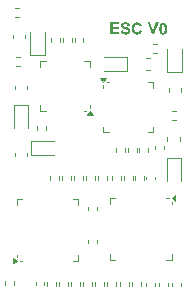
<source format=gbr>
G04 #@! TF.GenerationSoftware,KiCad,Pcbnew,9.0.4*
G04 #@! TF.CreationDate,2025-09-23T15:48:17-04:00*
G04 #@! TF.ProjectId,ESC Module,45534320-4d6f-4647-956c-652e6b696361,rev?*
G04 #@! TF.SameCoordinates,Original*
G04 #@! TF.FileFunction,Legend,Top*
G04 #@! TF.FilePolarity,Positive*
%FSLAX46Y46*%
G04 Gerber Fmt 4.6, Leading zero omitted, Abs format (unit mm)*
G04 Created by KiCad (PCBNEW 9.0.4) date 2025-09-23 15:48:17*
%MOMM*%
%LPD*%
G01*
G04 APERTURE LIST*
%ADD10C,0.250000*%
%ADD11C,0.120000*%
G04 APERTURE END LIST*
D10*
G36*
X129351788Y-83330000D02*
G01*
X129351788Y-82325673D01*
X130094347Y-82325673D01*
X130094347Y-82493712D01*
X129553960Y-82493712D01*
X129553960Y-82716461D01*
X130056734Y-82716461D01*
X130056734Y-82884501D01*
X129553960Y-82884501D01*
X129553960Y-83161960D01*
X130113459Y-83161960D01*
X130113459Y-83330000D01*
X129351788Y-83330000D01*
G37*
G36*
X130233565Y-83009553D02*
G01*
X130430303Y-82990013D01*
X130447458Y-83052095D01*
X130471712Y-83098410D01*
X130502355Y-83132224D01*
X130540971Y-83156595D01*
X130588988Y-83172033D01*
X130648900Y-83177592D01*
X130712934Y-83172326D01*
X130760761Y-83158212D01*
X130796118Y-83136864D01*
X130824413Y-83107092D01*
X130840365Y-83075725D01*
X130845638Y-83041610D01*
X130840322Y-83008917D01*
X130824816Y-82982076D01*
X130798772Y-82960653D01*
X130752032Y-82939333D01*
X130590160Y-82894881D01*
X130482611Y-82861872D01*
X130409346Y-82828170D01*
X130361976Y-82794680D01*
X130321013Y-82749916D01*
X130292606Y-82701782D01*
X130275583Y-82649430D01*
X130269774Y-82591592D01*
X130274563Y-82541472D01*
X130288870Y-82493691D01*
X130313128Y-82447428D01*
X130345781Y-82406753D01*
X130387050Y-82372755D01*
X130438180Y-82345151D01*
X130493696Y-82326325D01*
X130558828Y-82314312D01*
X130635223Y-82310041D01*
X130730839Y-82316181D01*
X130807903Y-82333071D01*
X130869747Y-82359002D01*
X130919094Y-82393145D01*
X130960822Y-82437783D01*
X130991162Y-82488752D01*
X131010734Y-82547213D01*
X131019173Y-82614856D01*
X130816939Y-82622672D01*
X130803908Y-82573265D01*
X130785126Y-82537315D01*
X130761252Y-82511847D01*
X130730872Y-82494234D01*
X130689317Y-82482488D01*
X130633208Y-82478080D01*
X130575385Y-82482668D01*
X130530270Y-82495182D01*
X130495211Y-82514412D01*
X130477205Y-82531888D01*
X130466702Y-82552306D01*
X130463093Y-82576693D01*
X130470412Y-82609382D01*
X130493135Y-82637693D01*
X130521909Y-82655373D01*
X130579076Y-82677694D01*
X130678942Y-82705287D01*
X130816097Y-82744167D01*
X130897173Y-82778011D01*
X130941329Y-82806224D01*
X130977964Y-82840069D01*
X131007815Y-82879921D01*
X131029409Y-82924673D01*
X131042997Y-82977353D01*
X131047810Y-83039656D01*
X131042527Y-83095732D01*
X131026743Y-83149248D01*
X131000000Y-83201100D01*
X130964002Y-83246677D01*
X130919313Y-83283801D01*
X130864750Y-83312964D01*
X130805321Y-83332394D01*
X130733440Y-83344997D01*
X130646824Y-83349539D01*
X130550973Y-83343247D01*
X130472294Y-83325790D01*
X130407821Y-83298712D01*
X130355137Y-83262711D01*
X130310775Y-83216138D01*
X130275636Y-83159641D01*
X130249649Y-83091537D01*
X130233565Y-83009553D01*
G37*
G36*
X131858574Y-82958750D02*
G01*
X132054640Y-83021277D01*
X132026665Y-83102292D01*
X131992113Y-83168710D01*
X131951461Y-83222657D01*
X131904675Y-83265764D01*
X131850612Y-83299752D01*
X131789156Y-83324624D01*
X131719023Y-83340179D01*
X131638633Y-83345631D01*
X131559729Y-83339888D01*
X131488605Y-83323246D01*
X131424006Y-83296144D01*
X131364929Y-83258425D01*
X131310676Y-83209344D01*
X131265949Y-83153093D01*
X131230575Y-83088995D01*
X131204457Y-83015914D01*
X131188034Y-82932389D01*
X131182266Y-82836690D01*
X131188171Y-82734866D01*
X131204889Y-82646957D01*
X131231295Y-82570979D01*
X131266794Y-82505240D01*
X131311348Y-82448405D01*
X131365777Y-82398960D01*
X131425971Y-82360728D01*
X131492743Y-82333072D01*
X131567243Y-82315975D01*
X131650907Y-82310041D01*
X131741625Y-82317357D01*
X131820300Y-82338265D01*
X131889039Y-82371958D01*
X131949433Y-82418668D01*
X131989417Y-82465165D01*
X132023748Y-82525696D01*
X132051892Y-82603133D01*
X131851735Y-82650027D01*
X131835166Y-82600823D01*
X131810518Y-82560316D01*
X131777608Y-82527112D01*
X131737958Y-82502332D01*
X131692789Y-82487233D01*
X131640648Y-82481988D01*
X131586514Y-82487215D01*
X131539192Y-82502292D01*
X131497298Y-82527024D01*
X131459909Y-82562161D01*
X131432141Y-82603408D01*
X131410464Y-82658057D01*
X131395978Y-82729465D01*
X131390605Y-82821669D01*
X131396019Y-82920171D01*
X131410490Y-82995205D01*
X131431892Y-83051468D01*
X131458932Y-83092901D01*
X131495877Y-83128414D01*
X131537123Y-83153315D01*
X131583562Y-83168448D01*
X131636557Y-83173684D01*
X131688314Y-83167799D01*
X131734054Y-83150621D01*
X131775226Y-83121844D01*
X131808304Y-83083661D01*
X131836359Y-83030581D01*
X131858574Y-82958750D01*
G37*
G36*
X132872304Y-83330000D02*
G01*
X132514366Y-82325673D01*
X132733635Y-82325673D01*
X132987098Y-83068171D01*
X133232318Y-82325673D01*
X133446824Y-82325673D01*
X133088154Y-83330000D01*
X132872304Y-83330000D01*
G37*
G36*
X133902798Y-82332592D02*
G01*
X133963026Y-82352328D01*
X134014774Y-82384386D01*
X134059446Y-82429659D01*
X134090899Y-82478180D01*
X134117450Y-82540242D01*
X134138286Y-82618649D01*
X134152094Y-82716670D01*
X134157144Y-82837972D01*
X134152084Y-82958779D01*
X134138227Y-83056713D01*
X134117279Y-83135342D01*
X134090528Y-83197847D01*
X134058775Y-83246957D01*
X134014509Y-83291529D01*
X133963027Y-83323164D01*
X133902895Y-83342684D01*
X133831934Y-83349539D01*
X133761319Y-83342280D01*
X133699659Y-83321295D01*
X133645036Y-83286676D01*
X133596240Y-83237065D01*
X133568092Y-83193100D01*
X133543893Y-83134643D01*
X133524578Y-83058318D01*
X133511589Y-82960203D01*
X133506866Y-82837972D01*
X133707615Y-82837972D01*
X133713163Y-83000266D01*
X133725383Y-83079834D01*
X133739997Y-83122997D01*
X133755045Y-83150830D01*
X133770141Y-83167517D01*
X133799071Y-83183862D01*
X133831934Y-83189316D01*
X133864874Y-83183786D01*
X133894094Y-83167151D01*
X133916892Y-83138913D01*
X133936531Y-83087650D01*
X133950277Y-83001199D01*
X133956315Y-82837972D01*
X133950765Y-82675632D01*
X133938546Y-82596111D01*
X133916442Y-82537287D01*
X133893789Y-82508061D01*
X133864824Y-82491435D01*
X133831934Y-82485896D01*
X133799037Y-82491421D01*
X133769774Y-82508061D01*
X133747025Y-82536292D01*
X133727398Y-82587562D01*
X133713642Y-82674611D01*
X133707615Y-82837972D01*
X133506866Y-82837972D01*
X133506786Y-82835896D01*
X133511836Y-82715732D01*
X133525676Y-82618210D01*
X133546612Y-82539807D01*
X133573368Y-82477386D01*
X133605155Y-82428255D01*
X133649421Y-82383680D01*
X133700894Y-82352045D01*
X133761006Y-82332526D01*
X133831934Y-82325673D01*
X133902798Y-82332592D01*
G37*
D11*
G04 #@! TO.C,R109*
X134586637Y-89854123D02*
X134893919Y-89854123D01*
X134586637Y-90614123D02*
X134893919Y-90614123D01*
G04 #@! TO.C,C8*
X121155000Y-83640580D02*
X121155000Y-83359420D01*
X122175000Y-83640580D02*
X122175000Y-83359420D01*
G04 #@! TO.C,D202*
X121165000Y-91275000D02*
X121165000Y-89315000D01*
X122365000Y-89315000D02*
X121165000Y-89315000D01*
X122365000Y-91275000D02*
X122365000Y-89315000D01*
G04 #@! TO.C,R21*
X127074495Y-104316232D02*
X127074495Y-104623514D01*
X127834495Y-104316232D02*
X127834495Y-104623514D01*
G04 #@! TO.C,C5*
X132407309Y-95598402D02*
X132407309Y-95382730D01*
X133127309Y-95598402D02*
X133127309Y-95382730D01*
G04 #@! TO.C,U305*
X129316995Y-97204873D02*
X129791995Y-97204873D01*
X129316995Y-97679873D02*
X129316995Y-97204873D01*
X129316995Y-101949873D02*
X129316995Y-102424873D01*
X129316995Y-102424873D02*
X129791995Y-102424873D01*
X134061995Y-97204873D02*
X134296995Y-97204873D01*
X134536995Y-97679873D02*
X134536995Y-97504873D01*
X134536995Y-101949873D02*
X134536995Y-102424873D01*
X134536995Y-102424873D02*
X134061995Y-102424873D01*
X134866995Y-97444873D02*
X134536995Y-97204873D01*
X134866995Y-96964873D01*
X134866995Y-97444873D01*
G36*
X134866995Y-97444873D02*
G01*
X134536995Y-97204873D01*
X134866995Y-96964873D01*
X134866995Y-97444873D01*
G37*
G04 #@! TO.C,R16*
X125032828Y-104623514D02*
X125032828Y-104316232D01*
X125792828Y-104623514D02*
X125792828Y-104316232D01*
G04 #@! TO.C,R202*
X132354441Y-104663076D02*
X132354441Y-104355794D01*
X133114441Y-104663076D02*
X133114441Y-104355794D01*
G04 #@! TO.C,C303*
X134348166Y-87911073D02*
X134348166Y-88192233D01*
X135368166Y-87911073D02*
X135368166Y-88192233D01*
G04 #@! TO.C,R309*
X127466412Y-97937663D02*
X127466412Y-98244945D01*
X128226412Y-97937663D02*
X128226412Y-98244945D01*
G04 #@! TO.C,D304*
X128840000Y-85215000D02*
X130800000Y-85215000D01*
X128840000Y-86415000D02*
X130800000Y-86415000D01*
X130800000Y-86415000D02*
X130800000Y-85215000D01*
G04 #@! TO.C,R311*
X131445289Y-95644207D02*
X131445289Y-95336925D01*
X132205289Y-95644207D02*
X132205289Y-95336925D01*
G04 #@! TO.C,C6*
X121315000Y-93630580D02*
X121315000Y-93349420D01*
X122335000Y-93630580D02*
X122335000Y-93349420D01*
G04 #@! TO.C,R105*
X121627714Y-81090951D02*
X121320432Y-81090951D01*
X121627714Y-81850951D02*
X121320432Y-81850951D01*
G04 #@! TO.C,R110*
X130841088Y-92964679D02*
X130841088Y-93271961D01*
X131601088Y-92964679D02*
X131601088Y-93271961D01*
G04 #@! TO.C,R22*
X124011995Y-104316232D02*
X124011995Y-104623514D01*
X124771995Y-104316232D02*
X124771995Y-104623514D01*
G04 #@! TO.C,R108*
X131822388Y-92968071D02*
X131822388Y-93275353D01*
X132582388Y-92968071D02*
X132582388Y-93275353D01*
G04 #@! TO.C,R102*
X121686294Y-85233155D02*
X121379012Y-85233155D01*
X121686294Y-85993155D02*
X121379012Y-85993155D01*
G04 #@! TO.C,R104*
X125366532Y-83948641D02*
X125366532Y-83641359D01*
X126126532Y-83948641D02*
X126126532Y-83641359D01*
G04 #@! TO.C,R312*
X134604524Y-104355793D02*
X134604524Y-104663075D01*
X135364524Y-104355793D02*
X135364524Y-104663075D01*
G04 #@! TO.C,R19*
X131157828Y-104623514D02*
X131157828Y-104316232D01*
X131917828Y-104623514D02*
X131917828Y-104316232D01*
G04 #@! TO.C,R307*
X128345328Y-95336925D02*
X128345328Y-95644207D01*
X129105328Y-95336925D02*
X129105328Y-95644207D01*
G04 #@! TO.C,R310*
X127324495Y-95644207D02*
X127324495Y-95336925D01*
X128084495Y-95644207D02*
X128084495Y-95336925D01*
G04 #@! TO.C,D301*
X134185000Y-84590000D02*
X134185000Y-86550000D01*
X134185000Y-86550000D02*
X135385000Y-86550000D01*
X135385000Y-84590000D02*
X135385000Y-86550000D01*
G04 #@! TO.C,R15*
X129116162Y-104623514D02*
X129116162Y-104316232D01*
X129876162Y-104623514D02*
X129876162Y-104316232D01*
G04 #@! TO.C,U25*
X123404408Y-85595413D02*
X123404408Y-86070413D01*
X123404408Y-89815413D02*
X123404408Y-89340413D01*
X123879408Y-85595413D02*
X123404408Y-85595413D01*
X123879408Y-89815413D02*
X123404408Y-89815413D01*
X127149408Y-85595413D02*
X127624408Y-85595413D01*
X127149408Y-89815413D02*
X127324408Y-89815413D01*
X127624408Y-85595413D02*
X127624408Y-86070413D01*
X127624408Y-89340413D02*
X127624408Y-89575413D01*
X127864408Y-90145413D02*
X127384408Y-90145413D01*
X127624408Y-89815413D01*
X127864408Y-90145413D01*
G36*
X127864408Y-90145413D02*
G01*
X127384408Y-90145413D01*
X127624408Y-89815413D01*
X127864408Y-90145413D01*
G37*
G04 #@! TO.C,R14*
X130136995Y-104623514D02*
X130136995Y-104316232D01*
X130896995Y-104623514D02*
X130896995Y-104316232D01*
G04 #@! TO.C,C304*
X134193835Y-92326164D02*
X134193835Y-92045004D01*
X135213835Y-92326164D02*
X135213835Y-92045004D01*
G04 #@! TO.C,R306*
X129526995Y-95336925D02*
X129526995Y-95644207D01*
X130286995Y-95336925D02*
X130286995Y-95644207D01*
G04 #@! TO.C,R107*
X132961078Y-84189715D02*
X133268360Y-84189715D01*
X132961078Y-84949715D02*
X133268360Y-84949715D01*
G04 #@! TO.C,R101*
X124365000Y-83948641D02*
X124365000Y-83641359D01*
X125125000Y-83948641D02*
X125125000Y-83641359D01*
G04 #@! TO.C,R111*
X133121098Y-92755561D02*
X133121098Y-93062843D01*
X133881098Y-92755561D02*
X133881098Y-93062843D01*
G04 #@! TO.C,R112*
X129841339Y-92966375D02*
X129841339Y-93273657D01*
X130601339Y-92966375D02*
X130601339Y-93273657D01*
G04 #@! TO.C,R308*
X124282828Y-95316232D02*
X124282828Y-95623514D01*
X125042828Y-95316232D02*
X125042828Y-95623514D01*
G04 #@! TO.C,U302*
X128765000Y-87870000D02*
X128765000Y-87635000D01*
X128765000Y-91615000D02*
X128765000Y-91140000D01*
X129240000Y-87395000D02*
X129065000Y-87395000D01*
X129240000Y-91615000D02*
X128765000Y-91615000D01*
X132510000Y-87395000D02*
X132985000Y-87395000D01*
X132510000Y-91615000D02*
X132985000Y-91615000D01*
X132985000Y-87395000D02*
X132985000Y-87870000D01*
X132985000Y-91615000D02*
X132985000Y-91140000D01*
X128765000Y-87395000D02*
X128525000Y-87065000D01*
X129005000Y-87065000D01*
X128765000Y-87395000D01*
G36*
X128765000Y-87395000D02*
G01*
X128525000Y-87065000D01*
X129005000Y-87065000D01*
X128765000Y-87395000D01*
G37*
G04 #@! TO.C,R305*
X130476995Y-95336925D02*
X130476995Y-95644207D01*
X131236995Y-95336925D02*
X131236995Y-95644207D01*
G04 #@! TO.C,R304*
X126261995Y-95336925D02*
X126261995Y-95644207D01*
X127021995Y-95336925D02*
X127021995Y-95644207D01*
G04 #@! TO.C,R103*
X123181330Y-91131765D02*
X123181330Y-91439047D01*
X123941330Y-91131765D02*
X123941330Y-91439047D01*
G04 #@! TO.C,R313*
X133464159Y-104663075D02*
X133464159Y-104355793D01*
X134224159Y-104663075D02*
X134224159Y-104355793D01*
G04 #@! TO.C,U203*
X121436995Y-97264873D02*
X121911995Y-97264873D01*
X121436995Y-97739873D02*
X121436995Y-97264873D01*
X121436995Y-102009873D02*
X121436995Y-102184873D01*
X121911995Y-102484873D02*
X121676995Y-102484873D01*
X126656995Y-97264873D02*
X126181995Y-97264873D01*
X126656995Y-97739873D02*
X126656995Y-97264873D01*
X126656995Y-102009873D02*
X126656995Y-102484873D01*
X126656995Y-102484873D02*
X126181995Y-102484873D01*
X121436995Y-102484873D02*
X121106995Y-102724873D01*
X121106995Y-102244873D01*
X121436995Y-102484873D01*
G36*
X121436995Y-102484873D02*
G01*
X121106995Y-102724873D01*
X121106995Y-102244873D01*
X121436995Y-102484873D01*
G37*
G04 #@! TO.C,C302*
X132411074Y-85324836D02*
X132692234Y-85324836D01*
X132411074Y-86344836D02*
X132692234Y-86344836D01*
G04 #@! TO.C,R17*
X126053662Y-104623514D02*
X126053662Y-104316232D01*
X126813662Y-104623514D02*
X126813662Y-104316232D01*
G04 #@! TO.C,R18*
X128095328Y-104623514D02*
X128095328Y-104316232D01*
X128855328Y-104623514D02*
X128855328Y-104316232D01*
G04 #@! TO.C,D201*
X122640000Y-92360000D02*
X122640000Y-93560000D01*
X124600000Y-92360000D02*
X122640000Y-92360000D01*
X124600000Y-93560000D02*
X122640000Y-93560000D01*
G04 #@! TO.C,R201*
X120453005Y-104241486D02*
X120453005Y-104548768D01*
X121213005Y-104241486D02*
X121213005Y-104548768D01*
G04 #@! TO.C,D203*
X122594914Y-83144686D02*
X122594914Y-85104686D01*
X122594914Y-85104686D02*
X123794914Y-85104686D01*
X123794914Y-83144686D02*
X123794914Y-85104686D01*
G04 #@! TO.C,C7*
X121315000Y-87990580D02*
X121315000Y-87709420D01*
X122335000Y-87990580D02*
X122335000Y-87709420D01*
G04 #@! TO.C,C301*
X123029574Y-104335848D02*
X123029574Y-104551520D01*
X123749574Y-104335848D02*
X123749574Y-104551520D01*
G04 #@! TO.C,R106*
X126325000Y-83948641D02*
X126325000Y-83641359D01*
X127085000Y-83948641D02*
X127085000Y-83641359D01*
G04 #@! TO.C,R303*
X125303662Y-95316232D02*
X125303662Y-95623514D01*
X126063662Y-95316232D02*
X126063662Y-95623514D01*
G04 #@! TO.C,D302*
X134164496Y-95734026D02*
X134164496Y-93774026D01*
X135364496Y-93774026D02*
X134164496Y-93774026D01*
X135364496Y-95734026D02*
X135364496Y-93774026D01*
G04 #@! TO.C,R20*
X127457232Y-101032539D02*
X127457232Y-100725257D01*
X128217232Y-101032539D02*
X128217232Y-100725257D01*
G04 #@! TD*
M02*

</source>
